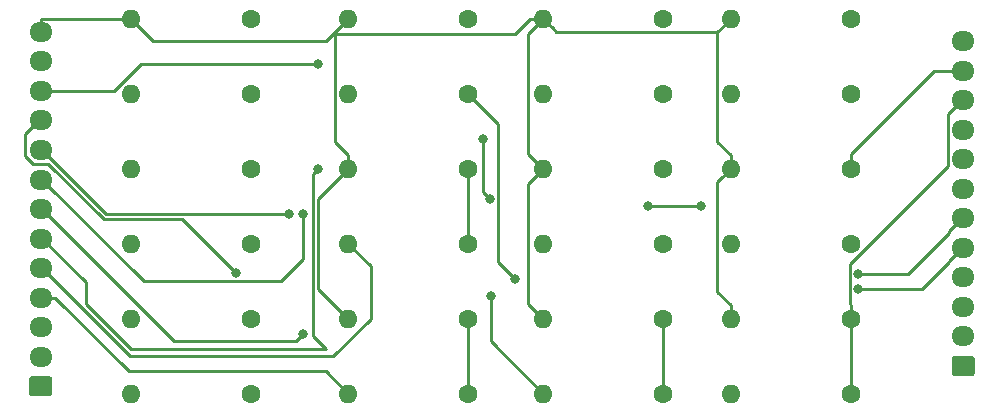
<source format=gbr>
G04 #@! TF.GenerationSoftware,KiCad,Pcbnew,5.1.4-3.fc30*
G04 #@! TF.CreationDate,2019-11-27T18:44:14-08:00*
G04 #@! TF.ProjectId,DASH,44415348-2e6b-4696-9361-645f70636258,rev?*
G04 #@! TF.SameCoordinates,Original*
G04 #@! TF.FileFunction,Copper,L2,Bot*
G04 #@! TF.FilePolarity,Positive*
%FSLAX46Y46*%
G04 Gerber Fmt 4.6, Leading zero omitted, Abs format (unit mm)*
G04 Created by KiCad (PCBNEW 5.1.4-3.fc30) date 2019-11-27 18:44:14*
%MOMM*%
%LPD*%
G04 APERTURE LIST*
%ADD10C,0.100000*%
%ADD11C,1.700000*%
%ADD12O,1.950000X1.700000*%
%ADD13O,1.600000X1.600000*%
%ADD14C,1.600000*%
%ADD15C,0.800000*%
%ADD16C,0.250000*%
G04 APERTURE END LIST*
D10*
G36*
X85839504Y-100751204D02*
G01*
X85863773Y-100754804D01*
X85887571Y-100760765D01*
X85910671Y-100769030D01*
X85932849Y-100779520D01*
X85953893Y-100792133D01*
X85973598Y-100806747D01*
X85991777Y-100823223D01*
X86008253Y-100841402D01*
X86022867Y-100861107D01*
X86035480Y-100882151D01*
X86045970Y-100904329D01*
X86054235Y-100927429D01*
X86060196Y-100951227D01*
X86063796Y-100975496D01*
X86065000Y-101000000D01*
X86065000Y-102200000D01*
X86063796Y-102224504D01*
X86060196Y-102248773D01*
X86054235Y-102272571D01*
X86045970Y-102295671D01*
X86035480Y-102317849D01*
X86022867Y-102338893D01*
X86008253Y-102358598D01*
X85991777Y-102376777D01*
X85973598Y-102393253D01*
X85953893Y-102407867D01*
X85932849Y-102420480D01*
X85910671Y-102430970D01*
X85887571Y-102439235D01*
X85863773Y-102445196D01*
X85839504Y-102448796D01*
X85815000Y-102450000D01*
X84365000Y-102450000D01*
X84340496Y-102448796D01*
X84316227Y-102445196D01*
X84292429Y-102439235D01*
X84269329Y-102430970D01*
X84247151Y-102420480D01*
X84226107Y-102407867D01*
X84206402Y-102393253D01*
X84188223Y-102376777D01*
X84171747Y-102358598D01*
X84157133Y-102338893D01*
X84144520Y-102317849D01*
X84134030Y-102295671D01*
X84125765Y-102272571D01*
X84119804Y-102248773D01*
X84116204Y-102224504D01*
X84115000Y-102200000D01*
X84115000Y-101000000D01*
X84116204Y-100975496D01*
X84119804Y-100951227D01*
X84125765Y-100927429D01*
X84134030Y-100904329D01*
X84144520Y-100882151D01*
X84157133Y-100861107D01*
X84171747Y-100841402D01*
X84188223Y-100823223D01*
X84206402Y-100806747D01*
X84226107Y-100792133D01*
X84247151Y-100779520D01*
X84269329Y-100769030D01*
X84292429Y-100760765D01*
X84316227Y-100754804D01*
X84340496Y-100751204D01*
X84365000Y-100750000D01*
X85815000Y-100750000D01*
X85839504Y-100751204D01*
X85839504Y-100751204D01*
G37*
D11*
X85090000Y-101600000D03*
D12*
X85090000Y-99100000D03*
X85090000Y-96600000D03*
X85090000Y-94100000D03*
X85090000Y-91600000D03*
X85090000Y-89100000D03*
X85090000Y-86600000D03*
X85090000Y-84100000D03*
X85090000Y-81600000D03*
X85090000Y-79100000D03*
X85090000Y-76600000D03*
X85090000Y-74100000D03*
X85090000Y-71600000D03*
D10*
G36*
X163944504Y-99041204D02*
G01*
X163968773Y-99044804D01*
X163992571Y-99050765D01*
X164015671Y-99059030D01*
X164037849Y-99069520D01*
X164058893Y-99082133D01*
X164078598Y-99096747D01*
X164096777Y-99113223D01*
X164113253Y-99131402D01*
X164127867Y-99151107D01*
X164140480Y-99172151D01*
X164150970Y-99194329D01*
X164159235Y-99217429D01*
X164165196Y-99241227D01*
X164168796Y-99265496D01*
X164170000Y-99290000D01*
X164170000Y-100490000D01*
X164168796Y-100514504D01*
X164165196Y-100538773D01*
X164159235Y-100562571D01*
X164150970Y-100585671D01*
X164140480Y-100607849D01*
X164127867Y-100628893D01*
X164113253Y-100648598D01*
X164096777Y-100666777D01*
X164078598Y-100683253D01*
X164058893Y-100697867D01*
X164037849Y-100710480D01*
X164015671Y-100720970D01*
X163992571Y-100729235D01*
X163968773Y-100735196D01*
X163944504Y-100738796D01*
X163920000Y-100740000D01*
X162470000Y-100740000D01*
X162445496Y-100738796D01*
X162421227Y-100735196D01*
X162397429Y-100729235D01*
X162374329Y-100720970D01*
X162352151Y-100710480D01*
X162331107Y-100697867D01*
X162311402Y-100683253D01*
X162293223Y-100666777D01*
X162276747Y-100648598D01*
X162262133Y-100628893D01*
X162249520Y-100607849D01*
X162239030Y-100585671D01*
X162230765Y-100562571D01*
X162224804Y-100538773D01*
X162221204Y-100514504D01*
X162220000Y-100490000D01*
X162220000Y-99290000D01*
X162221204Y-99265496D01*
X162224804Y-99241227D01*
X162230765Y-99217429D01*
X162239030Y-99194329D01*
X162249520Y-99172151D01*
X162262133Y-99151107D01*
X162276747Y-99131402D01*
X162293223Y-99113223D01*
X162311402Y-99096747D01*
X162331107Y-99082133D01*
X162352151Y-99069520D01*
X162374329Y-99059030D01*
X162397429Y-99050765D01*
X162421227Y-99044804D01*
X162445496Y-99041204D01*
X162470000Y-99040000D01*
X163920000Y-99040000D01*
X163944504Y-99041204D01*
X163944504Y-99041204D01*
G37*
D11*
X163195000Y-99890000D03*
D12*
X163195000Y-97390000D03*
X163195000Y-94890000D03*
X163195000Y-92390000D03*
X163195000Y-89890000D03*
X163195000Y-87390000D03*
X163195000Y-84890000D03*
X163195000Y-82390000D03*
X163195000Y-79890000D03*
X163195000Y-77390000D03*
X163195000Y-74890000D03*
X163195000Y-72390000D03*
D13*
X92710000Y-102235000D03*
D14*
X102870000Y-102235000D03*
X102870000Y-95885000D03*
D13*
X92710000Y-95885000D03*
D14*
X102870000Y-89535000D03*
D13*
X92710000Y-89535000D03*
X92710000Y-83185000D03*
D14*
X102870000Y-83185000D03*
X102870000Y-76835000D03*
D13*
X92710000Y-76835000D03*
X92710000Y-70485000D03*
D14*
X102870000Y-70485000D03*
X121285000Y-102235000D03*
D13*
X111125000Y-102235000D03*
X111125000Y-95885000D03*
D14*
X121285000Y-95885000D03*
X121285000Y-89535000D03*
D13*
X111125000Y-89535000D03*
X111125000Y-83185000D03*
D14*
X121285000Y-83185000D03*
X121285000Y-76835000D03*
D13*
X111125000Y-76835000D03*
X111125000Y-70485000D03*
D14*
X121285000Y-70485000D03*
X137795000Y-102235000D03*
D13*
X127635000Y-102235000D03*
X127635000Y-95885000D03*
D14*
X137795000Y-95885000D03*
X137795000Y-89535000D03*
D13*
X127635000Y-89535000D03*
X127635000Y-83185000D03*
D14*
X137795000Y-83185000D03*
X137795000Y-76835000D03*
D13*
X127635000Y-76835000D03*
X127635000Y-70485000D03*
D14*
X137795000Y-70485000D03*
X153670000Y-102235000D03*
D13*
X143510000Y-102235000D03*
X143510000Y-95885000D03*
D14*
X153670000Y-95885000D03*
X153670000Y-89535000D03*
D13*
X143510000Y-89535000D03*
X143510000Y-83185000D03*
D14*
X153670000Y-83185000D03*
X153670000Y-76835000D03*
D13*
X143510000Y-76835000D03*
X143510000Y-70485000D03*
D14*
X153670000Y-70485000D03*
D15*
X108585000Y-83185000D03*
X107315000Y-97155000D03*
X123190000Y-93980000D03*
X107315000Y-86995000D03*
X106135705Y-86995000D03*
X101600000Y-91985000D03*
X108585000Y-74295000D03*
X122555000Y-80645000D03*
X123100000Y-85725000D03*
X136525000Y-86360000D03*
X140970000Y-86360000D03*
X154305000Y-93345000D03*
X125290153Y-92514847D03*
X154305000Y-92075000D03*
D16*
X86315000Y-94100000D02*
X92545000Y-100330000D01*
X85090000Y-94100000D02*
X86315000Y-94100000D01*
X109220000Y-100330000D02*
X111125000Y-102235000D01*
X92545000Y-100330000D02*
X109220000Y-100330000D01*
X85090000Y-91600000D02*
X85215000Y-91600000D01*
X92675000Y-99060000D02*
X109855000Y-99060000D01*
X113030000Y-91440000D02*
X111125000Y-89535000D01*
X85215000Y-91600000D02*
X92675000Y-99060000D01*
X109855000Y-99060000D02*
X113030000Y-95885000D01*
X113030000Y-95885000D02*
X113030000Y-91440000D01*
X85215000Y-89100000D02*
X88900000Y-92785000D01*
X85090000Y-89100000D02*
X85215000Y-89100000D01*
X88900000Y-92785000D02*
X88900000Y-94615000D01*
X88900000Y-94615000D02*
X92710000Y-98425000D01*
X92710000Y-98425000D02*
X109220000Y-98425000D01*
X108134990Y-83635010D02*
X108585000Y-83185000D01*
X109220000Y-98425000D02*
X108134990Y-97339990D01*
X108134990Y-97339990D02*
X108134990Y-83635010D01*
X85215000Y-86600000D02*
X96405000Y-97790000D01*
X85090000Y-86600000D02*
X85215000Y-86600000D01*
X96405000Y-97790000D02*
X106680000Y-97790000D01*
X106680000Y-97790000D02*
X107315000Y-97155000D01*
X123190000Y-97790000D02*
X127635000Y-102235000D01*
X123190000Y-93980000D02*
X123190000Y-97790000D01*
X85215000Y-84100000D02*
X93825000Y-92710000D01*
X85090000Y-84100000D02*
X85215000Y-84100000D01*
X93825000Y-92710000D02*
X105410000Y-92710000D01*
X105410000Y-92710000D02*
X107315000Y-90805000D01*
X107315000Y-90805000D02*
X107315000Y-86995000D01*
X90610000Y-86995000D02*
X106135705Y-86995000D01*
X85090000Y-81600000D02*
X85215000Y-81600000D01*
X85215000Y-81600000D02*
X90610000Y-86995000D01*
X90423600Y-87445010D02*
X97060010Y-87445010D01*
X84965000Y-79100000D02*
X83789990Y-80275010D01*
X97060010Y-87445010D02*
X101600000Y-91985000D01*
X85090000Y-79100000D02*
X84965000Y-79100000D01*
X83789990Y-80275010D02*
X83789990Y-82086705D01*
X85753600Y-82775010D02*
X90423600Y-87445010D01*
X83789990Y-82086705D02*
X84478295Y-82775010D01*
X84478295Y-82775010D02*
X85753600Y-82775010D01*
X93584998Y-74295000D02*
X108585000Y-74295000D01*
X85090000Y-76600000D02*
X91279998Y-76600000D01*
X91279998Y-76600000D02*
X93584998Y-74295000D01*
X122555000Y-80645000D02*
X122555000Y-85180000D01*
X122555000Y-85180000D02*
X123100000Y-85725000D01*
X136525000Y-86360000D02*
X140970000Y-86360000D01*
X85090000Y-70500000D02*
X85090000Y-71600000D01*
X85105000Y-70485000D02*
X85090000Y-70500000D01*
X92710000Y-70485000D02*
X85105000Y-70485000D01*
X110325001Y-83984999D02*
X111125000Y-83185000D01*
X108585000Y-85725000D02*
X110325001Y-83984999D01*
X108585000Y-93345000D02*
X108585000Y-85725000D01*
X111125000Y-95885000D02*
X108585000Y-93345000D01*
X110325001Y-71284999D02*
X111125000Y-70485000D01*
X109999999Y-71610001D02*
X110325001Y-71284999D01*
X111125000Y-82053630D02*
X109999999Y-80928629D01*
X109999999Y-80928629D02*
X109999999Y-71610001D01*
X111125000Y-83185000D02*
X111125000Y-82053630D01*
X93509999Y-71284999D02*
X92710000Y-70485000D01*
X94615000Y-72390000D02*
X93509999Y-71284999D01*
X109220000Y-72390000D02*
X94615000Y-72390000D01*
X126365000Y-84455000D02*
X126835001Y-83984999D01*
X126365000Y-94615000D02*
X126365000Y-84455000D01*
X126835001Y-83984999D02*
X127635000Y-83185000D01*
X127635000Y-95885000D02*
X126365000Y-94615000D01*
X126835001Y-71284999D02*
X127635000Y-70485000D01*
X126365000Y-71755000D02*
X126835001Y-71284999D01*
X126365000Y-81915000D02*
X126365000Y-71755000D01*
X127635000Y-83185000D02*
X126365000Y-81915000D01*
X127635000Y-70485000D02*
X126503630Y-70485000D01*
X125233630Y-71755000D02*
X109855000Y-71755000D01*
X126503630Y-70485000D02*
X125233630Y-71755000D01*
X111125000Y-70485000D02*
X109855000Y-71755000D01*
X109855000Y-71755000D02*
X109220000Y-72390000D01*
X142384999Y-93628629D02*
X142384999Y-84310001D01*
X142384999Y-84310001D02*
X142710001Y-83984999D01*
X143510000Y-94753630D02*
X142384999Y-93628629D01*
X142710001Y-83984999D02*
X143510000Y-83185000D01*
X143510000Y-95885000D02*
X143510000Y-94753630D01*
X142384999Y-80928629D02*
X142384999Y-71610001D01*
X143510000Y-82053630D02*
X142384999Y-80928629D01*
X143510000Y-83185000D02*
X143510000Y-82053630D01*
X128434999Y-71284999D02*
X127635000Y-70485000D01*
X128760001Y-71610001D02*
X128434999Y-71284999D01*
X142384999Y-71610001D02*
X128760001Y-71610001D01*
X143510000Y-70485000D02*
X142384999Y-71610001D01*
X121285000Y-102235000D02*
X121285000Y-95885000D01*
X121285000Y-89535000D02*
X121285000Y-83185000D01*
X161970000Y-90990000D02*
X163070000Y-89890000D01*
X161970000Y-91115000D02*
X161970000Y-90990000D01*
X163070000Y-89890000D02*
X163195000Y-89890000D01*
X159740000Y-93345000D02*
X161970000Y-91115000D01*
X154305000Y-93345000D02*
X159740000Y-93345000D01*
X123825000Y-91049694D02*
X125290153Y-92514847D01*
X121285000Y-76835000D02*
X123825000Y-79375000D01*
X123825000Y-79375000D02*
X123825000Y-91049694D01*
X163070000Y-87390000D02*
X163195000Y-87390000D01*
X161970000Y-88490000D02*
X163070000Y-87390000D01*
X161970000Y-88615000D02*
X161970000Y-88490000D01*
X158510000Y-92075000D02*
X161970000Y-88615000D01*
X154305000Y-92075000D02*
X158510000Y-92075000D01*
X137795000Y-102235000D02*
X137795000Y-95885000D01*
X153670000Y-102235000D02*
X153670000Y-95885000D01*
X163070000Y-77390000D02*
X163195000Y-77390000D01*
X161894990Y-78565010D02*
X163070000Y-77390000D01*
X161894990Y-82975012D02*
X161894990Y-78565010D01*
X153579999Y-91290003D02*
X161894990Y-82975012D01*
X153579999Y-94663629D02*
X153579999Y-91290003D01*
X153670000Y-94753630D02*
X153579999Y-94663629D01*
X153670000Y-95885000D02*
X153670000Y-94753630D01*
X153670000Y-83185000D02*
X153670000Y-81915000D01*
X160695000Y-74890000D02*
X163195000Y-74890000D01*
X153670000Y-81915000D02*
X160695000Y-74890000D01*
M02*

</source>
